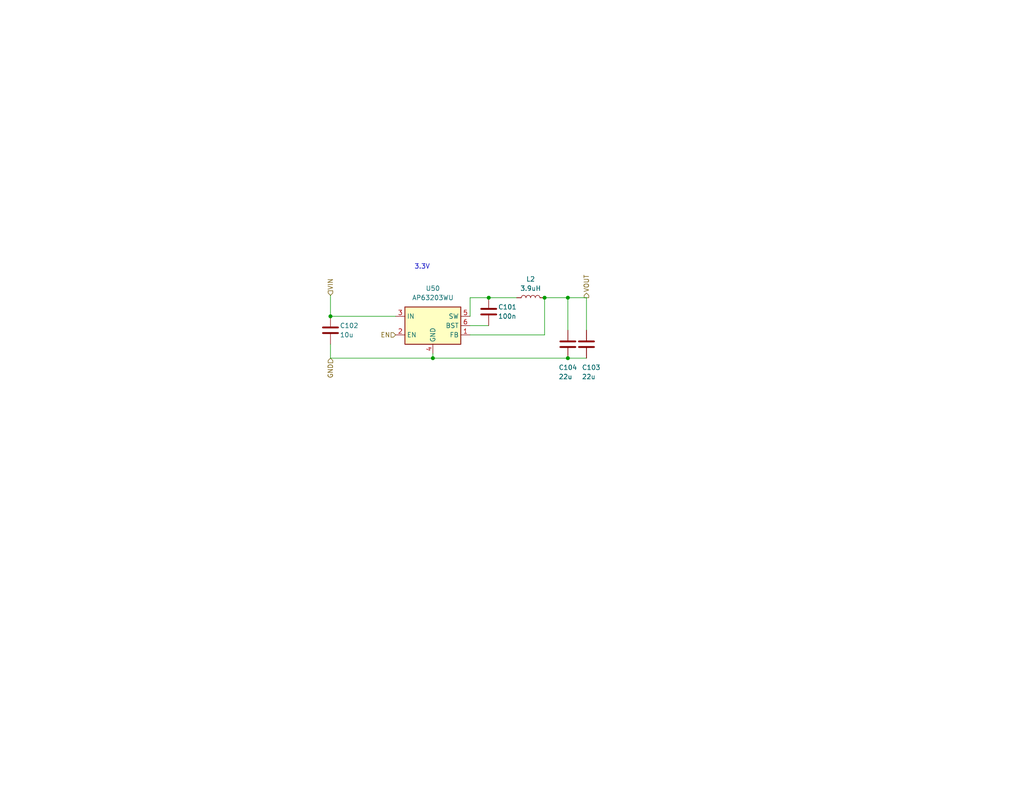
<source format=kicad_sch>
(kicad_sch (version 20231120) (generator "eeschema") (generator_version "8.0")
  (paper "A")
  (title_block (title "LTC3130") (date "2020-08-09"))
  (lib_symbols
    (symbol "Device:C" (pin_numbers hide) (pin_names (offset 0.254))
      (property "Reference" "C" (at 0.635 2.54 0))
      (property "Value" "C" (at 0.635 -2.54 0))
      (symbol "C_0_1"
        (polyline (pts (xy -2.032 -0.762) (xy 2.032 -0.762)) (stroke (width 0.508)))
        (polyline (pts (xy -2.032 0.762) (xy 2.032 0.762)) (stroke (width 0.508)))
      )
      (symbol "C_1_1"
        (pin passive line (at 0 3.81 270) (length 2.794) (name "~") (number "1"))
        (pin passive line (at 0 -3.81 90) (length 2.794) (name "~") (number "2"))
      )
    )
    (symbol "Device:L" (pin_numbers hide) (pin_names (offset 1.016) hide)
      (property "Reference" "L" (at -1.27 0 90))
      (property "Value" "L" (at 1.905 0 90))
      (symbol "L_0_1"
        (arc (start 0 -2.54) (mid 0.6323 -1.905) (end 0 -1.27))
        (arc (start 0 -1.27) (mid 0.6323 -0.635) (end 0 0))
        (arc (start 0 0) (mid 0.6323 0.635) (end 0 1.27))
        (arc (start 0 1.27) (mid 0.6323 1.905) (end 0 2.54))
      )
      (symbol "L_1_1"
        (pin passive line (at 0 3.81 270) (length 1.27) (name "1") (number "1"))
        (pin passive line (at 0 -3.81 90) (length 1.27) (name "2") (number "2"))
      )
    )
    (symbol "Regulator_Switching:AP63203WU"
      (property "Reference" "U" (at -7.62 6.35 0))
      (property "Value" "AP63203WU" (at 2.54 6.35 0))
      (symbol "AP63203WU_0_1"
        (rectangle (start -7.62 5.08) (end 7.62 -5.08) (stroke (width 0.254)) (fill (type background)))
      )
      (symbol "AP63203WU_1_1"
        (pin input line (at 10.16 -2.54 180) (length 2.54) (name "FB") (number "1"))
        (pin input line (at -10.16 -2.54 0) (length 2.54) (name "EN") (number "2"))
        (pin power_in line (at -10.16 2.54 0) (length 2.54) (name "IN") (number "3"))
        (pin power_in line (at 0 -7.62 90) (length 2.54) (name "GND") (number "4"))
        (pin output line (at 10.16 2.54 180) (length 2.54) (name "SW") (number "5"))
        (pin passive line (at 10.16 0 180) (length 2.54) (name "BST") (number "6"))
      )
    )
  )
  (junction (at 118.11 97.79))
  (junction (at 154.94 97.79))
  (junction (at 90.17 86.36))
  (junction (at 154.94 81.28))
  (junction (at 148.59 81.28))
  (junction (at 133.35 81.28))
  (wire (pts (xy 90.17 93.98) (xy 90.17 97.79)))
  (wire (pts (xy 90.17 86.36) (xy 107.95 86.36)))
  (wire (pts (xy 148.59 81.28) (xy 154.94 81.28)))
  (wire (pts (xy 128.27 81.28) (xy 133.35 81.28)))
  (wire (pts (xy 154.94 81.28) (xy 160.02 81.28)))
  (wire (pts (xy 128.27 88.9) (xy 133.35 88.9)))
  (wire (pts (xy 154.94 81.28) (xy 154.94 90.17)))
  (wire (pts (xy 128.27 81.28) (xy 128.27 86.36)))
  (wire (pts (xy 128.27 91.44) (xy 148.59 91.44)))
  (wire (pts (xy 148.59 81.28) (xy 148.59 91.44)))
  (wire (pts (xy 160.02 81.28) (xy 160.02 90.17)))
  (wire (pts (xy 90.17 80.645) (xy 90.17 86.36)))
  (wire (pts (xy 118.11 97.79) (xy 154.94 97.79)))
  (wire (pts (xy 118.11 97.79) (xy 118.11 96.52)))
  (wire (pts (xy 133.35 81.28) (xy 140.97 81.28)))
  (wire (pts (xy 154.94 97.79) (xy 160.02 97.79)))
  (wire (pts (xy 90.17 97.79) (xy 118.11 97.79)))
  (text "3.3V" (at 113.03 73.66 0) (effects (font (size 1.27 1.27)) (justify left bottom)))
  (hierarchical_label "EN" (shape input) (at 107.95 91.44 180))
  (hierarchical_label "GND" (shape input) (at 90.17 97.79 270))
  (hierarchical_label "VIN" (shape input) (at 90.17 80.645 90))
  (hierarchical_label "VOUT" (shape output) (at 160.02 81.28 90))
  (symbol (lib_id "Regulator_Switching:AP63203WU") (at 118.11 88.9 0) (unit 1)
    (property "Reference" "U50" (at 118.11 78.74 0))
    (property "Value" "AP63203WU" (at 118.11 81.28 0))
    (property "Footprint" "Package_TO_SOT_SMD:TSOT-23-6_HandSoldering" (effects (hide yes)))
    (property "Datasheet" "https://www.diodes.com/assets/Datasheets/AP63200-AP63201-AP63203-AP63205.pdf" (effects (hide yes)))
    (property "Manufactorer" "Diodes" (effects (hide yes)))
    (property "Part Number" "AP63203WU-7" (effects (hide yes)))
    (property "Amps" "2" (effects (hide yes)))
    (property "Voltage" "3" (effects (hide yes)))
  )
  (symbol (lib_id "Device:C") (at 90.17 90.17 0) (unit 1)
    (property "Reference" "C102" (at 92.71 88.9 0) (effects (justify left)))
    (property "Value" "10u" (at 92.71 91.44 0) (effects (justify left)))
    (property "Footprint" "Capacitor_SMD:C_0603_1608Metric_Pad1.08x0.95mm_HandSolder" (effects (hide yes)))
    (property "Voltage" "50" (effects (hide yes)))
    (property "Manufactorer" "Murata" (effects (hide yes)))
    (property "Part Number" "GRM21BR61H106KE43L" (effects (hide yes)))
    (property "Tolerance" "10%" (effects (hide yes)))
  )
  (symbol (lib_id "Device:C") (at 133.35 85.09 0) (unit 1)
    (property "Reference" "C101" (at 135.89 83.82 0) (effects (justify left)))
    (property "Value" "100n" (at 135.89 86.36 0) (effects (justify left)))
    (property "Footprint" "Capacitor_SMD:C_0402_1005Metric_Pad0.74x0.62mm_HandSolder" (effects (hide yes)))
    (property "Voltage" "25" (effects (hide yes)))
    (property "Manufactorer" "Murata" (effects (hide yes)))
    (property "Part Number" "GRM155R61E104KA87D" (effects (hide yes)))
    (property "Tolerance" "10%" (effects (hide yes)))
  )
  (symbol (lib_id "Device:L") (at 144.78 81.28 90) (unit 1)
    (property "Reference" "L2" (at 144.78 76.2 90))
    (property "Value" "3.9uH" (at 144.78 78.74 90))
    (property "Footprint" "Inductor_SMD:L_1210_3225Metric_Pad1.42x2.65mm_HandSolder" (effects (hide yes)))
    (property "Datasheet" "https://search.murata.co.jp/Ceramy/image/img/P02/J(E)TE243A-0019.pdf" (effects (hide yes)))
    (property "Manufactorer" "Murata" (effects (hide yes)))
    (property "Part Number" "DFE322512F-3R3M=P2" (effects (hide yes)))
    (property "Amps" "2" (effects (hide yes)))
    (property "Tolerance" "20%" (effects (hide yes)))
  )
  (symbol (lib_id "Device:C") (at 154.94 93.98 0) (unit 1)
    (property "Reference" "C103" (at 158.75 100.33 0) (effects (justify left)))
    (property "Value" "22u" (at 158.75 102.87 0) (effects (justify left)))
    (property "Footprint" "Capacitor_SMD:C_0805_2012Metric_Pad1.18x1.45mm_HandSolder" (effects (hide yes)))
    (property "Voltage" "25" (effects (hide yes)))
    (property "Manufactorer" "Murata" (effects (hide yes)))
    (property "Part Number" "GRM21BR61E226ME44K" (effects (hide yes)))
    (property "Tolerance" "20%" (effects (hide yes)))
  )
  (symbol (lib_id "Device:C") (at 160.02 93.98 0) (unit 1)
    (property "Reference" "C104" (at 152.4 100.33 0) (effects (justify left)))
    (property "Value" "22u" (at 152.4 102.87 0) (effects (justify left)))
    (property "Footprint" "Capacitor_SMD:C_0805_2012Metric_Pad1.18x1.45mm_HandSolder" (effects (hide yes)))
    (property "Voltage" "25" (effects (hide yes)))
    (property "Manufactorer" "Murata" (effects (hide yes)))
    (property "Part Number" "GRM21BR61E226ME44K" (effects (hide yes)))
    (property "Tolerance" "20%" (effects (hide yes)))
  )
)
</source>
